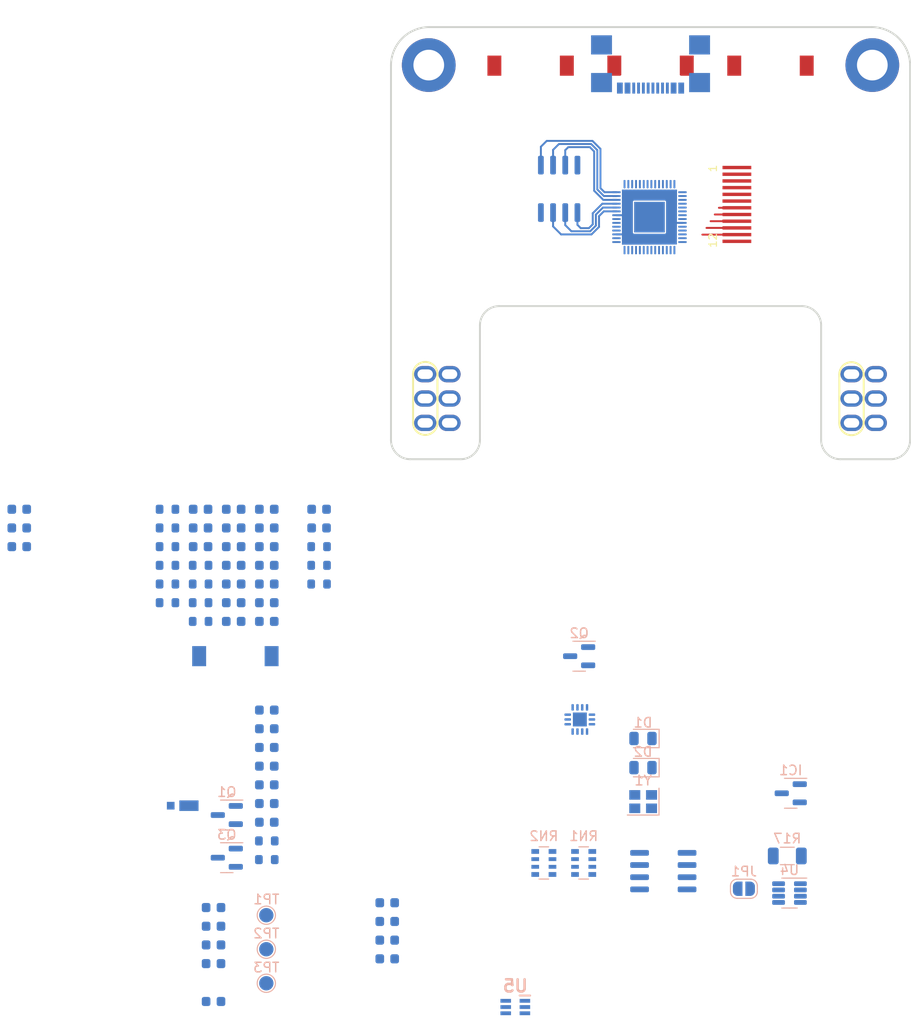
<source format=kicad_pcb>
(kicad_pcb (version 20221018) (generator pcbnew)
  (layers (0 "F.Cu" signal) (31 "B.Cu" signal) (34 "B.Paste" user) (35 "F.Paste" user) (36 "B.SilkS" user "B.Silkscreen") (37 "F.SilkS" user "F.Silkscreen") (38 "B.Mask" user) (39 "F.Mask" user) (44 "Edge.Cuts" user))
  (net 0 "")
  (net 1 "GND")
  (net 2 "Net-(D1-A)")
  (net 3 "Net-(D2-A)")
  (net 4 "+3V3")
  (net 5 "VBUS")
  (net 6 "Net-(D3-A)")
  (net 7 "Net-(J2-Pin_1)")
  (net 8 "Net-(Q2-B)")
  (net 9 "Net-(Q2-C)")
  (net 10 "/SW1")
  (net 11 "/SW2")
  (net 12 "/SW3")
  (net 15 "Net-(RN1-R3.2)")
  (net 16 "Net-(RN1-R2.2)")
  (net 17 "Net-(RN1-R1.2)")
  (net 20 "/CC2")
  (net 21 "/PD_INT_N")
  (net 22 "/PD_SCL")
  (net 23 "/PD_SDA")
  (net 24 "/CC1")
  (net 31 "/I2C0_SDA")
  (net 32 "/I2C0_SCL")
  (net 33 "/LMOS")
  (net 34 "/RP2040/LED_LMOS")
  (net 36 "/RP2040/XIN")
  (net 37 "/RP2040/XOUT")
  (net 38 "+1V1")
  (net 39 "/SWCLK")
  (net 40 "/SWD")
  (net 41 "/RST")
  (net 42 "/LCD_D{slash}C")
  (net 43 "/LCD_CS")
  (net 44 "/LCD_SCK")
  (net 45 "/LCD_MOSI")
  (net 46 "/LCD_RST")
  (net 47 "/LCD_BL")
  (net 50 "/RMOS")
  (net 51 "/RP2040/LED_RMOS")
  (net 56 "/USB_D-")
  (net 57 "/USB_D+")
  (net 58 "/RP2040/QSPI_SD3")
  (net 59 "/RP2040/QSPI_SCLK")
  (net 60 "/RP2040/QSPI_SD0")
  (net 61 "/RP2040/QSPI_SD2")
  (net 62 "/RP2040/QSPI_SD1")
  (net 63 "/RP2040/QSPI_SS")
  (net 64 "Net-(C38-Pad2)")
  (net 65 "/Display/BL_CTR")
  (net 66 "/USB/USB_PRE_D+")
  (net 67 "/USB/USB_PRE_D-")
  (net 70 "Net-(Q1-G)")
  (net 71 "Net-(Q3-B)")
  (net 72 "Net-(R16-Pad2)")
  (footprint "MountingHole:MountingHole_3.2mm_M3_DIN965_Pad_TopBottom" (layer "F.Cu") (at 116.5101 87.9389)
    (fp_text reference "H1" hide)
    (fp_text value "M3")
  )
  (footprint "KiCAD Library:PTS636 SM25J SMTR LFS" (layer "F.Cu") (at 139.6241 88)
    (fp_text reference "SW1" hide)
    (fp_text value "SW_MENU")
  )
  (footprint "KiCAD Library:PTS636 SM25J SMTR LFS" (layer "F.Cu") (at 152.1241 88)
    (fp_text reference "SW2" hide)
    (fp_text value "SW_DOWN")
  )
  (footprint "KiCAD Library:PinHeader_2x03_P2.54mm_Vertical_Elongated" (layer "F.Cu") (at 160.5691 120.1849)
    (fp_text reference "J3" hide)
    (fp_text value "L 2.54 mm")
  )
  (footprint "KiCAD Library:PinHeader_2x03_P2.54mm_Vertical_Elongated" (layer "F.Cu") (at 116.1391 120.1849)
    (fp_text reference "J2" hide)
    (fp_text value "R 2.54 mm")
  )
  (footprint "KiCAD Library:1.47 inch 12PIN ST7789" (layer "F.Cu") (at 148.6241 102.475 90)
    (fp_text reference "DS1" hide)
    (fp_text value "ST7789_IPS_1.47" hide)
  )
  (footprint "MountingHole:MountingHole_3.2mm_M3_DIN965_Pad_TopBottom" (layer "F.Cu") (at 162.7381 87.9389)
    (fp_text reference "H2" hide)
    (fp_text value "M3")
  )
  (footprint "KiCAD Library:PTS636 SM25J SMTR LFS" (layer "F.Cu") (at 127.1241 88)
    (fp_text reference "SW3" hide)
    (fp_text value "SW_CONF")
  )
  (footprint "Package_TO_SOT_SMD:SOT-23" (layer "B.Cu") (at 132.184762 149.605 180)
    (fp_text reference "Q2")
    (fp_text value "BC817")
  )
  (footprint "KiCAD Library:C_0603_1608Metric" (layer "B.Cu") (at 112.179762 177.275 180)
    (fp_text reference "C4" hide)
    (fp_text value "2u2")
  )
  (footprint "KiCAD Library:C_0603_1608Metric" (layer "B.Cu") (at 99.629762 140.125 180)
    (fp_text reference "C11" hide)
    (fp_text value "10u")
  )
  (footprint "KiCAD Library:C_0603_1608Metric" (layer "B.Cu") (at 96.179762 144.025 180)
    (fp_text reference "C34" hide)
    (fp_text value "100n")
  )
  (footprint "KiCAD Library:C_0603_1608Metric" (layer "B.Cu") (at 99.629762 134.275 180)
    (fp_text reference "C6" hide)
    (fp_text value "1u")
  )
  (footprint "KiCAD Library:C_0603_1608Metric" (layer "B.Cu") (at 96.179762 134.275 180)
    (fp_text reference "C17" hide)
    (fp_text value "2u2")
  )
  (footprint "KiCAD Library:SOT65P210X110-6N" (layer "B.Cu") (at 125.529762 186.205 180)
    (fp_text reference "U5")
    (fp_text value "USBUF02W6" hide)
  )
  (footprint "Package_SO:SOIC-8_3.9x4.9mm_P1.27mm" (layer "B.Cu") (at 140.954762 172.025 180)
    (fp_text reference "U3" hide)
    (fp_text value "FT24C04A")
  )
  (footprint "Jumper:SolderJumper-2_P1.3mm_Open_RoundedPad1.0x1.5mm" (layer "B.Cu") (at 149.354762 173.865 180)
    (fp_text reference "JP1")
    (fp_text value "Bypass")
  )
  (footprint "KiCAD Library:C_0603_1608Metric" (layer "B.Cu") (at 94.079762 175.825 180)
    (fp_text reference "C5" hide)
    (fp_text value "100n")
  )
  (footprint "KiCAD Library:C_0603_1608Metric" (layer "B.Cu") (at 92.729762 138.175 180)
    (fp_text reference "C39" hide)
    (fp_text value "8p")
  )
  (footprint "KiCAD Library:R_0603_1608Metric" (layer "B.Cu") (at 99.629762 168.875 180)
    (fp_text reference "R6" hide)
    (fp_text value "100")
  )
  (footprint "KiCAD Library:C_0603_1608Metric" (layer "B.Cu") (at 73.829762 136.225 180)
    (fp_text reference "C19" hide)
    (fp_text value "RC_C")
  )
  (footprint "KiCAD Library:C_0603_1608Metric" (layer "B.Cu") (at 99.629762 159.125 180)
    (fp_text reference "C24" hide)
    (fp_text value "100n")
  )
  (footprint "Package_DFN_QFN:QFN-56-1EP_7x7mm_P0.4mm_EP3.2x3.2mm" (layer "B.Cu") (at 139.511896 103.800296 -90)
    (fp_text reference "U2" hide)
    (fp_text value "RP2040")
  )
  (footprint "KiCAD Library:R_0603_1608Metric" (layer "B.Cu") (at 105.079762 138.175 180)
    (fp_text reference "R4" hide)
    (fp_text value "1k")
  )
  (footprint "KiCAD Library:C_0603_1608Metric" (layer "B.Cu") (at 112.179762 181.175 180)
    (fp_text reference "C27" hide)
    (fp_text value "2u2")
  )
  (footprint "KiCAD Library:C_0603_1608Metric" (layer "B.Cu") (at 94.079762 181.675 180)
    (fp_text reference "C12" hide)
    (fp_text value "330p")
  )
  (footprint "KiCAD Library:R_0603_1608Metric" (layer "B.Cu") (at 92.729762 140.125 180)
    (fp_text reference "R1" hide)
    (fp_text value "1k")
  )
  (footprint "Package_TO_SOT_SMD:SOT-23" (layer "B.Cu") (at 95.459762 166.175 180)
    (fp_text reference "Q1")
    (fp_text value "PMOS")
  )
  (footprint "Package_TO_SOT_SMD:SOT-23" (layer "B.Cu") (at 154.234762 163.905 180)
    (fp_text reference "IC1")
    (fp_text value "MCP1792T")
  )
  (footprint "TestPoint:TestPoint_Pad_D1.5mm" (layer "B.Cu") (at 99.579762 183.725 180)
    (fp_text reference "TP3")
    (fp_text value "TestPoint")
  )
  (footprint "KiCAD Library:R_0603_1608Metric" (layer "B.Cu") (at 89.279762 138.175 180)
    (fp_text reference "R13" hide)
    (fp_text value "1k")
  )
  (footprint "KiCAD Library:C_0603_1608Metric" (layer "B.Cu") (at 99.629762 138.175 180)
    (fp_text reference "C10" hide)
    (fp_text value "100n")
  )
  (footprint "KiCAD Library:C_0603_1608Metric" (layer "B.Cu") (at 99.629762 155.225 180)
    (fp_text reference "C13" hide)
    (fp_text value "100n")
  )
  (footprint "KiCAD Library:C_0603_1608Metric" (layer "B.Cu") (at 94.079762 179.725 180)
    (fp_text reference "C9" hide)
    (fp_text value "100n")
  )
  (footprint "KiCAD Library:PTS636 SM25J SMTR LFS" (layer "B.Cu") (at 96.354762 149.6 180)
    (fp_text reference "SW4" hide)
    (fp_text value "DNF")
  )
  (footprint "Package_SO:SOIC-8_3.9x4.9mm_P1.27mm" (layer "B.Cu") (at 130.1 100.85 -90)
    (fp_text reference "U6" hide)
    (fp_text value "W25Q16JV")
  )
  (footprint "KiCAD Library:C_0603_1608Metric" (layer "B.Cu") (at 99.629762 145.975 180)
    (fp_text reference "C16" hide)
    (fp_text value "100n")
  )
  (footprint "KiCAD Library:C_0603_1608Metric" (layer "B.Cu") (at 94.079762 177.775 180)
    (fp_text reference "C7" hide)
    (fp_text value "330p")
  )
  (footprint "Crystal:Crystal_SMD_2520-4Pin_2.5x2.0mm" (layer "B.Cu") (at 138.854762 164.775 180)
    (fp_text reference "Y1")
    (fp_text value "12MHz")
  )
  (footprint "KiCAD Library:R_0603_1608Metric" (layer "B.Cu") (at 89.279762 142.075 180)
    (fp_text reference "R15" hide)
    (fp_text value "1k")
  )
  (footprint "KiCAD Library:C_0603_1608Metric" (layer "B.Cu") (at 96.179762 138.175 180)
    (fp_text reference "C22" hide)
    (fp_text value "100n")
  )
  (footprint "KiCAD Library:C_0603_1608Metric" (layer "B.Cu") (at 96.179762 140.125 180)
    (fp_text reference "C32" hide)
    (fp_text value "100n")
  )
  (footprint "KiCAD Library:C_0603_1608Metric" (layer "B.Cu") (at 96.179762 136.225 180)
    (fp_text reference "C20" hide)
    (fp_text value "2u2")
  )
  (footprint "KiCAD Library:GCT_USB4110-GF-A_REVB" (layer "B.Cu") (at 139.6241 89.2625)
    (fp_text reference "J1" hide)
    (fp_text value "USB4110-GF-A_REVB")
  )
  (footprint "KiCAD Library:C_0603_1608Metric" (layer "B.Cu") (at 105.079762 136.225 180)
    (fp_text reference "C2" hide)
    (fp_text value "100n")
  )
  (footprint "KiCAD Library:R_0603_1608Metric" (layer "B.Cu") (at 99.629762 170.825 180)
    (fp_text reference "R8" hide)
    (fp_text value "10k")
  )
  (footprint "KiCAD Library:C_0603_1608Metric" (layer "B.Cu") (at 105.079762 134.275 180)
    (fp_text reference "C1" hide)
    (fp_text value "1u")
  )
  (footprint "KiCAD Library:C_0603_1608Metric" (layer "B.Cu") (at 92.729762 134.275 180)
    (fp_text reference "C37" hide)
    (fp_text value "100n")
  )
  (footprint "KiCAD Library:R_0603_1608Metric" (layer "B.Cu") (at 105.079762 142.075 180)
    (fp_text reference "R7" hide)
    (fp_text value "60")
  )
  (footprint "KiCAD Library:R_0603_1608Metric" (layer "B.Cu") (at 89.279762 134.275 180)
    (fp_text reference "R10" hide)
    (fp_text value "1k")
  )
  (footprint "Resistor_SMD:R_Array_Convex_4x0603" (layer "B.Cu") (at 128.504762 171.175 180)
    (fp_text reference "RN2")
    (fp_text value "10k")
  )
  (footprint "KiCAD Library:R_0603_1608Metric" (layer "B.Cu") (at 89.279762 136.225 180)
    (fp_text reference "R12" hide)
    (fp_text value "1k")
  )
  (footprint "Diode_SMD:D_0805_2012Metric" (layer "B.Cu") (at 138.834762 161.23 180)
    (fp_text reference "D2")
    (fp_text value "Pink")
  )
  (footprint "KiCAD Library:C_0603_1608Metric" (layer "B.Cu") (at 99.629762 164.975 180)
    (fp_text reference "C29" hide)
    (fp_text value "100n")
  )
  (footprint "KiCAD Library:C_0603_1608Metric" (layer "B.Cu") (at 99.629762 144.025 180)
    (fp_text reference "C15" hide)
    (fp_text value "100n")
  )
  (footprint "Package_TO_SOT_SMD:SOT-23-8" (layer "B.Cu") (at 154.104762 174.315 180)
    (fp_text reference "U4")
    (fp_text value "INA219AxDCN")
  )
  (footprint "KiCAD Library:C_0603_1608Metric" (layer "B.Cu") (at 99.629762 166.925 180)
    (fp_text reference "C30" hide)
    (fp_text value "100p")
  )
  (footprint "KiCAD Library:C_0603_1608Metric" (layer "B.Cu") (at 99.629762 161.075 180)
    (fp_text reference "C25" hide)
    (fp_text value "100p")
  )
  (footprint "Resistor_SMD:R_1206_3216Metric" (layer "B.Cu") (at 153.874762 170.445 180)
    (fp_text reference "R17")
    (fp_text value "10m")
  )
  (footprint "KiCAD Library:R_0603_1608Metric" (layer "B.Cu") (at 89.279762 144.025 180)
    (fp_text reference "R16" hide)
    (fp_text value "DNF")
  )
  (footprint "KiCAD Library:C_0603_1608Metric" (layer "B.Cu") (at 99.629762 163.025 180)
    (fp_text reference "C28" hide)
    (fp_text value "1u")
  )
  (footprint "KiCAD Library:R_0603_1608Metric" (layer "B.Cu") (at 92.729762 145.975 180)
    (fp_text reference "R9" hide)
    (fp_text value "1k")
  )
  (footprint "KiCAD Library:R_0603_1608Metric" (layer "B.Cu") (at 92.729762 142.075 180)
    (fp_text reference "R2" hide)
    (fp_text value "DNF")
  )
  (footprint "Resistor_SMD:R_Array_Convex_4x0603" (layer "B.Cu") (at 132.654762 171.175 180)
    (fp_text reference "RN1")
    (fp_text value "10k")
  )
  (footprint "TestPoint:TestPoint_Pad_D1.5mm" (layer "B.Cu") (at 99.579762 176.625 180)
    (fp_text reference "TP1")
    (fp_text value "TestPoint")
  )
  (footprint "KiCAD Library:C_0603_1608Metric" (layer "B.Cu") (at 94.079762 185.625 180)
    (fp_text reference "C31" hide)
    (fp_text value "100n")
  )
  (footprint "KiCAD Library:R_0603_1608Metric" (layer "B.Cu") (at 105.079762 140.125 180)
    (fp_text reference "R5" hide)
    (fp_text value "10k")
  )
  (footprint "KiCAD Library:C_0603_1608Metric" (layer "B.Cu") (at 99.629762 136.225 180)
    (fp_text reference "C8" hide)
    (fp_text value "100n")
  )
  (footprint "KiCAD Library:C_0603_1608Metric" (layer "B.Cu") (at 112.179762 179.225 180)
    (fp_text reference "C26" hide)
    (fp_text value "2u2")
  )
  (footprint "Package_DFN_QFN:WQFN-14-1EP_2.5x2.5mm_P0.5mm_EP1.45x1.45mm" (layer "B.Cu") (at 132.254762 156.205 180)
    (fp_text reference "U1" hide)
    (fp_text value "FUSB302BMPX")
  )
  (footprint "KiCAD Library:C_0603_1608Metric" (layer "B.Cu") (at 99.629762 142.075 180)
    (fp_text reference "C14" hide)
    (fp_text value "100n")
  )
  (footprint "KiCAD Library:R_0603_1608Metric" (layer "B.Cu") (at 92.729762 144.025 180)
    (fp_text reference "R3" hide)
    (fp_text value "270")
  )
  (footprint "KiCAD Library:V1PM10HM3H" (layer "B.Cu") (at 90.864762 165.2 180)
    (fp_text reference "D3" hide)
    (fp_text value "V1PM10HM3/H\n" hide)
  )
  (footprint "KiCAD Library:R_0603_1608Metric" (layer "B.Cu") (at 89.279762 140.125 180)
    (fp_text reference "R14" hide)
    (fp_text value "270")
  )
  (footprint "KiCAD Library:C_0603_1608Metric" (layer "B.Cu") (at 96.179762 142.075 180)
    (fp_text reference "C33" hide)
    (fp_text value "100n")
  )
  (footprint "KiCAD Library:C_0603_1608Metric" (layer "B.Cu") (at 73.829762 134.275 180)
    (fp_text reference "C18" hide)
    (fp_text value "RC_C")
  )
  (footprint "Package_TO_SOT_SMD:SOT-23" (layer "B.Cu") (at 95.459762 170.625 180)
    (fp_text reference "Q3")
    (fp_text value "BC317")
  )
  (footprint "KiCAD Library:C_0603_1608Metric" (layer "B.Cu") (at 92.729762 136.225 180)
    (fp_text reference "C38" hide)
    (fp_text value "8p")
  )
  (footprint "KiCAD Library:C_0603_1608Metric" (layer "B.Cu") (at 73.829762 138.175 180)
    (fp_text reference "C21" hide)
    (fp_text value "RC_C")
  )
  (footprint "TestPoint:TestPoint_Pad_D1.5mm" (layer "B.Cu") (at 99.579762 180.175 180)
    (fp_text reference "TP2")
    (fp_text value "TestPoint")
  )
  (footprint "Diode_SMD:D_0805_2012Metric" (layer "B.Cu") (at 138.834762 158.19 180)
    (fp_text reference "D1")
    (fp_text value "Pink")
  )
  (footprint "KiCAD Library:C_0603_1608Metric" (layer "B.Cu") (at 96.179762 145.975 180)
    (fp_text reference "C35" hide)
    (fp_text value "1u")
  )
  (footprint "KiCAD Library:C_0603_1608Metric" (layer "B.Cu") (at 112.179762 175.325 180)
    (fp_text reference "C3" hide)
    (fp_text value "2u2")
  )
  (footprint "KiCAD Library:C_0603_1608Metric" (layer "B.Cu") (at 99.629762 157.175 180)
    (fp_text reference "C23" hide)
    (fp_text value "1u")
  )
  (gr_arc locked (start 117.4157 125.2549) (mid 116.1457 126.5249) (end 114.8757 125.2549) (stroke (width 0.2)) (layer "F.SilkS"))
  (gr_line locked (start 114.8757 125.2549) (end 114.8757 120.1749) (stroke (width 0.2)) (layer "F.SilkS"))
  (gr_line locked (start 159.3003 125.2799) (end 159.3003 120.1999) (stroke (width 0.2)) (layer "F.SilkS"))
  (gr_arc locked (start 114.8757 120.1749) (mid 116.1457 118.9049) (end 117.4157 120.1749) (stroke (width 0.2)) (layer "F.SilkS"))
  (gr_arc locked (start 159.3003 120.2357) (mid 160.552144 118.929615) (end 161.8403 120.1999) (stroke (width 0.2)) (layer "F.SilkS"))
  (gr_arc locked (start 161.8403 125.2799) (mid 160.5703 126.5499) (end 159.3003 125.2799) (stroke (width 0.2)) (layer "F.SilkS"))
  (gr_line locked (start 161.8403 120.1999) (end 161.8403 125.2799) (stroke (width 0.2)) (layer "F.SilkS"))
  (gr_line locked (start 117.4157 120.1749) (end 117.4157 125.2549) (stroke (width 0.2)) (layer "F.SilkS"))
  (gr_line locked (start 166.674908 127.074471) (end 166.6751 127.0549) (stroke (width 0.2)) (layer "Edge.Cuts"))
  (gr_line locked (start 157.4041 115.0849) (end 157.4041 127.023641) (stroke (width 0.2)) (layer "Edge.Cuts"))
  (gr_arc locked (start 114.5731 129.0549) (mid 113.158857 128.469143) (end 112.5731 127.0549) (stroke (width 0.2)) (layer "Edge.Cuts"))
  (gr_line locked (start 123.8441 113.0849) (end 155.4041 113.0849) (stroke (width 0.2)) (layer "Edge.Cuts"))
  (gr_line locked (start 159.403851 129.054803) (end 164.675004 129.054803) (stroke (width 0.2)) (layer "Edge.Cuts"))
  (gr_arc locked (start 162.6751 83.9749) (mid 165.503498 85.146502) (end 166.6751 87.9749) (stroke (width 0.2)) (layer "Edge.Cuts"))
  (gr_line locked (start 121.8441 127.0549) (end 121.8441 115.0849) (stroke (width 0.2)) (layer "Edge.Cuts"))
  (gr_line locked (start 166.6751 127.0549) (end 166.6751 87.9749) (stroke (width 0.2)) (layer "Edge.Cuts"))
  (gr_arc locked (start 121.8441 127.0549) (mid 121.258314 128.469114) (end 119.8441 129.0549) (stroke (width 0.2)) (layer "Edge.Cuts"))
  (gr_line locked (start 112.5731 87.9749) (end 112.5731 127.0549) (stroke (width 0.2)) (layer "Edge.Cuts"))
  (gr_arc locked (start 121.8441 115.0849) (mid 122.429886 113.670686) (end 123.8441 113.0849) (stroke (width 0.2)) (layer "Edge.Cuts"))
  (gr_arc locked (start 112.5731 87.9749) (mid 113.744673 85.146473) (end 116.5731 83.9749) (stroke (width 0.2)) (layer "Edge.Cuts"))
  (gr_line locked (start 162.6751 83.9749) (end 116.5731 83.9749) (stroke (width 0.2)) (layer "Edge.Cuts"))
  (gr_arc locked (start 159.403851 129.054797) (mid 157.978691 128.457928) (end 157.4041 127.023641) (stroke (width 0.2)) (layer "Edge.Cuts"))
  (gr_line locked (start 114.5731 129.0549) (end 119.8441 129.0549) (stroke (width 0.2)) (layer "Edge.Cuts"))
  (gr_arc locked (start 155.4041 113.0849) (mid 156.818284 113.670716) (end 157.4041 115.0849) (stroke (width 0.2)) (layer "Edge.Cuts"))
  (gr_arc locked (start 166.674908 127.074471) (mid 166.082246 128.475953) (end 164.675004 129.054803) (stroke (width 0.2)) (layer "Edge.Cuts"))
  (segment (start 136.074396 105.600297) (end 136.873339 105.600297) (width 0.2) (layer "B.Cu") (net 38))
  (segment (start 136.074396 103.600297) (end 136.873339 103.600297) (width 0.2) (layer "B.Cu") (net 38))
  (segment (start 142.949396 104.400296) (end 142.150453 104.400296) (width 0.2) (layer "B.Cu") (net 38))
  (segment (start 148.6241 102.825) (end 146.75 102.825) (width 0.2) (layer "F.Cu") (net 42))
  (segment (start 148.6241 103.525) (end 146.31863 103.525) (width 0.2) (layer "F.Cu") (net 43))
  (segment (start 148.6241 104.225) (end 145.88726 104.225) (width 0.2) (layer "F.Cu") (net 44))
  (segment (start 148.6241 104.925) (end 145.45589 104.925) (width 0.2) (layer "F.Cu") (net 45))
  (segment (start 148.6241 105.625) (end 145.02452 105.625) (width 0.2) (layer "F.Cu") (net 46))
  (segment (start 129.465 104.765) (end 129.465 103.325) (width 0.2) (layer "B.Cu") (net 58))
  (segment (start 134.254 103.696) (end 134.254 104.820896) (width 0.2) (layer "B.Cu") (net 58))
  (segment (start 133.470896 105.604) (end 130.304 105.604) (width 0.2) (layer "B.Cu") (net 58))
  (segment (start 134.254 104.820896) (end 133.470896 105.604) (width 0.2) (layer "B.Cu") (net 58))
  (segment (start 130.304 105.604) (end 129.465 104.765) (width 0.2) (layer "B.Cu") (net 58))
  (segment (start 134.749704 103.200296) (end 134.254 103.696) (width 0.2) (layer "B.Cu") (net 58))
  (segment (start 136.074396 103.200296) (end 134.749704 103.200296) (width 0.2) (layer "B.Cu") (net 58))
  (segment (start 133.927 104.685448) (end 133.927 103.535448) (width 0.2) (layer "B.Cu") (net 59))
  (segment (start 133.335448 105.277) (end 133.927 104.685448) (width 0.2) (layer "B.Cu") (net 59))
  (segment (start 134.662152 102.800296) (end 136.074396 102.800296) (width 0.2) (layer "B.Cu") (net 59))
  (segment (start 131.377 105.277) (end 133.335448 105.277) (width 0.2) (layer "B.Cu") (net 59))
  (segment (start 133.927 103.535448) (end 134.662152 102.800296) (width 0.2) (layer "B.Cu") (net 59))
  (segment (start 130.735 104.635) (end 131.377 105.277) (width 0.2) (layer "B.Cu") (net 59))
  (segment (start 130.735 103.325) (end 130.735 104.635) (width 0.2) (layer "B.Cu") (net 59))
  (segment (start 133.6 104.55) (end 133.2 104.95) (width 0.2) (layer "B.Cu") (net 60))
  (segment (start 132.005 104.605) (end 132.005 103.325) (width 0.2) (layer "B.Cu") (net 60))
  (segment (start 132.35 104.95) (end 132.005 104.605) (width 0.2) (layer "B.Cu") (net 60))
  (segment (start 136.074396 102.400296) (end 134.599704 102.400296) (width 0.2) (layer "B.Cu") (net 60))
  (segment (start 133.2 104.95) (end 132.35 104.95) (width 0.2) (layer "B.Cu") (net 60))
  (segment (start 133.6 103.4) (end 133.6 104.55) (width 0.2) (layer "B.Cu") (net 60))
  (segment (start 134.599704 102.400296) (end 133.6 103.4) (width 0.2) (layer "B.Cu") (net 60))
  (segment (start 133.3 96.5) (end 133.75 96.95) (width 0.2) (layer "B.Cu") (net 61))
  (segment (start 130.735 98.375) (end 130.735 96.815) (width 0.2) (layer "B.Cu") (net 61))
  (segment (start 134.700296 102.000296) (end 136.074396 102.000296) (width 0.2) (layer "B.Cu") (net 61))
  (segment (start 133.75 96.95) (end 133.75 101.05) (width 0.2) (layer "B.Cu") (net 61))
  (segment (start 130.735 96.815) (end 131.05 96.5) (width 0.2) (layer "B.Cu") (net 61))
  (segment (start 133.75 101.05) (end 134.700296 102.000296) (width 0.2) (layer "B.Cu") (net 61))
  (segment (start 131.05 96.5) (end 133.3 96.5) (width 0.2) (layer "B.Cu") (net 61))
  (segment (start 130.077 96.173) (end 133.435448 96.173) (width 0.2) (layer "B.Cu") (net 62))
  (segment (start 134.077 100.914552) (end 134.762744 101.600296) (width 0.2) (layer "B.Cu") (net 62))
  (segment (start 133.435448 96.173) (end 134.077 96.814552) (width 0.2) (layer "B.Cu") (net 62))
  (segment (start 129.465 98.375) (end 129.465 96.785) (width 0.2) (layer "B.Cu") (net 62))
  (segment (start 134.077 96.814552) (end 134.077 100.914552) (width 0.2) (layer "B.Cu") (net 62))
  (segment (start 129.465 96.785) (end 130.077 96.173) (width 0.2) (layer "B.Cu") (net 62))
  (segment (start 134.762744 101.600296) (end 136.074396 101.600296) (width 0.2) (layer "B.Cu") (net 62))
  (segment (start 134.404 100.779104) (end 134.404 96.679104) (width 0.2) (layer "B.Cu") (net 63))
  (segment (start 134.825192 101.200296) (end 134.404 100.779104) (width 0.2) (layer "B.Cu") (net 63))
  (segment (start 128.195 96.455) (end 128.195 98.375) (width 0.2) (layer "B.Cu") (net 63))
  (segment (start 128.804 95.846) (end 128.195 96.455) (width 0.2) (layer "B.Cu") (net 63))
  (segment (start 134.404 96.679104) (end 133.570896 95.846) (width 0.2) (layer "B.Cu") (net 63))
  (segment (start 133.570896 95.846) (end 128.804 95.846) (width 0.2) (layer "B.Cu") (net 63))
  (segment (start 136.074396 101.200296) (end 134.825192 101.200296) (width 0.2) (layer "B.Cu") (net 63))
  (zone (net 38) (net_name "+1V1") (layer "B.Cu") (priority 6) (connect_pads yes (clearance 0)) (min_thickness 0.025) (fill yes (thermal_gap 0.5) (thermal_bridge_width 0.5))
    (polygon (pts (xy 136.638216 106.673978) (xy 136.638216 100.926614) (xy 142.385578 100.926614) (xy 142.367618 106.656017)))
  )
)
</source>
